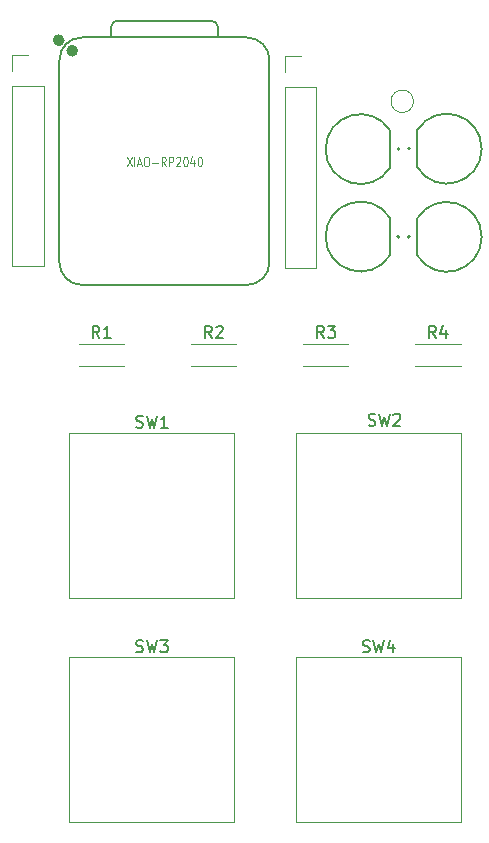
<source format=gbr>
%TF.GenerationSoftware,KiCad,Pcbnew,9.0.3*%
%TF.CreationDate,2025-07-25T20:10:58+07:00*%
%TF.ProjectId,Pathfinder,50617468-6669-46e6-9465-722e6b696361,rev?*%
%TF.SameCoordinates,Original*%
%TF.FileFunction,Legend,Top*%
%TF.FilePolarity,Positive*%
%FSLAX46Y46*%
G04 Gerber Fmt 4.6, Leading zero omitted, Abs format (unit mm)*
G04 Created by KiCad (PCBNEW 9.0.3) date 2025-07-25 20:10:58*
%MOMM*%
%LPD*%
G01*
G04 APERTURE LIST*
%ADD10C,0.150000*%
%ADD11C,0.101600*%
%ADD12C,0.120000*%
%ADD13C,0.127000*%
%ADD14C,0.200000*%
%ADD15C,0.100000*%
%ADD16C,0.504000*%
G04 APERTURE END LIST*
D10*
X150510833Y-87869819D02*
X150177500Y-87393628D01*
X149939405Y-87869819D02*
X149939405Y-86869819D01*
X149939405Y-86869819D02*
X150320357Y-86869819D01*
X150320357Y-86869819D02*
X150415595Y-86917438D01*
X150415595Y-86917438D02*
X150463214Y-86965057D01*
X150463214Y-86965057D02*
X150510833Y-87060295D01*
X150510833Y-87060295D02*
X150510833Y-87203152D01*
X150510833Y-87203152D02*
X150463214Y-87298390D01*
X150463214Y-87298390D02*
X150415595Y-87346009D01*
X150415595Y-87346009D02*
X150320357Y-87393628D01*
X150320357Y-87393628D02*
X149939405Y-87393628D01*
X150891786Y-86965057D02*
X150939405Y-86917438D01*
X150939405Y-86917438D02*
X151034643Y-86869819D01*
X151034643Y-86869819D02*
X151272738Y-86869819D01*
X151272738Y-86869819D02*
X151367976Y-86917438D01*
X151367976Y-86917438D02*
X151415595Y-86965057D01*
X151415595Y-86965057D02*
X151463214Y-87060295D01*
X151463214Y-87060295D02*
X151463214Y-87155533D01*
X151463214Y-87155533D02*
X151415595Y-87298390D01*
X151415595Y-87298390D02*
X150844167Y-87869819D01*
X150844167Y-87869819D02*
X151463214Y-87869819D01*
X141015833Y-87869819D02*
X140682500Y-87393628D01*
X140444405Y-87869819D02*
X140444405Y-86869819D01*
X140444405Y-86869819D02*
X140825357Y-86869819D01*
X140825357Y-86869819D02*
X140920595Y-86917438D01*
X140920595Y-86917438D02*
X140968214Y-86965057D01*
X140968214Y-86965057D02*
X141015833Y-87060295D01*
X141015833Y-87060295D02*
X141015833Y-87203152D01*
X141015833Y-87203152D02*
X140968214Y-87298390D01*
X140968214Y-87298390D02*
X140920595Y-87346009D01*
X140920595Y-87346009D02*
X140825357Y-87393628D01*
X140825357Y-87393628D02*
X140444405Y-87393628D01*
X141968214Y-87869819D02*
X141396786Y-87869819D01*
X141682500Y-87869819D02*
X141682500Y-86869819D01*
X141682500Y-86869819D02*
X141587262Y-87012676D01*
X141587262Y-87012676D02*
X141492024Y-87107914D01*
X141492024Y-87107914D02*
X141396786Y-87155533D01*
X163309167Y-114433200D02*
X163452024Y-114480819D01*
X163452024Y-114480819D02*
X163690119Y-114480819D01*
X163690119Y-114480819D02*
X163785357Y-114433200D01*
X163785357Y-114433200D02*
X163832976Y-114385580D01*
X163832976Y-114385580D02*
X163880595Y-114290342D01*
X163880595Y-114290342D02*
X163880595Y-114195104D01*
X163880595Y-114195104D02*
X163832976Y-114099866D01*
X163832976Y-114099866D02*
X163785357Y-114052247D01*
X163785357Y-114052247D02*
X163690119Y-114004628D01*
X163690119Y-114004628D02*
X163499643Y-113957009D01*
X163499643Y-113957009D02*
X163404405Y-113909390D01*
X163404405Y-113909390D02*
X163356786Y-113861771D01*
X163356786Y-113861771D02*
X163309167Y-113766533D01*
X163309167Y-113766533D02*
X163309167Y-113671295D01*
X163309167Y-113671295D02*
X163356786Y-113576057D01*
X163356786Y-113576057D02*
X163404405Y-113528438D01*
X163404405Y-113528438D02*
X163499643Y-113480819D01*
X163499643Y-113480819D02*
X163737738Y-113480819D01*
X163737738Y-113480819D02*
X163880595Y-113528438D01*
X164213929Y-113480819D02*
X164452024Y-114480819D01*
X164452024Y-114480819D02*
X164642500Y-113766533D01*
X164642500Y-113766533D02*
X164832976Y-114480819D01*
X164832976Y-114480819D02*
X165071072Y-113480819D01*
X165880595Y-113814152D02*
X165880595Y-114480819D01*
X165642500Y-113433200D02*
X165404405Y-114147485D01*
X165404405Y-114147485D02*
X166023452Y-114147485D01*
X160010833Y-87869819D02*
X159677500Y-87393628D01*
X159439405Y-87869819D02*
X159439405Y-86869819D01*
X159439405Y-86869819D02*
X159820357Y-86869819D01*
X159820357Y-86869819D02*
X159915595Y-86917438D01*
X159915595Y-86917438D02*
X159963214Y-86965057D01*
X159963214Y-86965057D02*
X160010833Y-87060295D01*
X160010833Y-87060295D02*
X160010833Y-87203152D01*
X160010833Y-87203152D02*
X159963214Y-87298390D01*
X159963214Y-87298390D02*
X159915595Y-87346009D01*
X159915595Y-87346009D02*
X159820357Y-87393628D01*
X159820357Y-87393628D02*
X159439405Y-87393628D01*
X160344167Y-86869819D02*
X160963214Y-86869819D01*
X160963214Y-86869819D02*
X160629881Y-87250771D01*
X160629881Y-87250771D02*
X160772738Y-87250771D01*
X160772738Y-87250771D02*
X160867976Y-87298390D01*
X160867976Y-87298390D02*
X160915595Y-87346009D01*
X160915595Y-87346009D02*
X160963214Y-87441247D01*
X160963214Y-87441247D02*
X160963214Y-87679342D01*
X160963214Y-87679342D02*
X160915595Y-87774580D01*
X160915595Y-87774580D02*
X160867976Y-87822200D01*
X160867976Y-87822200D02*
X160772738Y-87869819D01*
X160772738Y-87869819D02*
X160487024Y-87869819D01*
X160487024Y-87869819D02*
X160391786Y-87822200D01*
X160391786Y-87822200D02*
X160344167Y-87774580D01*
X169500833Y-87869819D02*
X169167500Y-87393628D01*
X168929405Y-87869819D02*
X168929405Y-86869819D01*
X168929405Y-86869819D02*
X169310357Y-86869819D01*
X169310357Y-86869819D02*
X169405595Y-86917438D01*
X169405595Y-86917438D02*
X169453214Y-86965057D01*
X169453214Y-86965057D02*
X169500833Y-87060295D01*
X169500833Y-87060295D02*
X169500833Y-87203152D01*
X169500833Y-87203152D02*
X169453214Y-87298390D01*
X169453214Y-87298390D02*
X169405595Y-87346009D01*
X169405595Y-87346009D02*
X169310357Y-87393628D01*
X169310357Y-87393628D02*
X168929405Y-87393628D01*
X170357976Y-87203152D02*
X170357976Y-87869819D01*
X170119881Y-86822200D02*
X169881786Y-87536485D01*
X169881786Y-87536485D02*
X170500833Y-87536485D01*
D11*
X143307262Y-72544811D02*
X143730595Y-73344811D01*
X143730595Y-72544811D02*
X143307262Y-73344811D01*
X143972500Y-73344811D02*
X143972500Y-72544811D01*
X144244643Y-73116239D02*
X144547024Y-73116239D01*
X144184167Y-73344811D02*
X144395833Y-72544811D01*
X144395833Y-72544811D02*
X144607500Y-73344811D01*
X144940119Y-72544811D02*
X145061072Y-72544811D01*
X145061072Y-72544811D02*
X145121548Y-72582906D01*
X145121548Y-72582906D02*
X145182024Y-72659096D01*
X145182024Y-72659096D02*
X145212262Y-72811477D01*
X145212262Y-72811477D02*
X145212262Y-73078144D01*
X145212262Y-73078144D02*
X145182024Y-73230525D01*
X145182024Y-73230525D02*
X145121548Y-73306716D01*
X145121548Y-73306716D02*
X145061072Y-73344811D01*
X145061072Y-73344811D02*
X144940119Y-73344811D01*
X144940119Y-73344811D02*
X144879643Y-73306716D01*
X144879643Y-73306716D02*
X144819167Y-73230525D01*
X144819167Y-73230525D02*
X144788929Y-73078144D01*
X144788929Y-73078144D02*
X144788929Y-72811477D01*
X144788929Y-72811477D02*
X144819167Y-72659096D01*
X144819167Y-72659096D02*
X144879643Y-72582906D01*
X144879643Y-72582906D02*
X144940119Y-72544811D01*
X145484405Y-73040049D02*
X145968215Y-73040049D01*
X146633452Y-73344811D02*
X146421785Y-72963858D01*
X146270595Y-73344811D02*
X146270595Y-72544811D01*
X146270595Y-72544811D02*
X146512500Y-72544811D01*
X146512500Y-72544811D02*
X146572976Y-72582906D01*
X146572976Y-72582906D02*
X146603214Y-72621001D01*
X146603214Y-72621001D02*
X146633452Y-72697192D01*
X146633452Y-72697192D02*
X146633452Y-72811477D01*
X146633452Y-72811477D02*
X146603214Y-72887668D01*
X146603214Y-72887668D02*
X146572976Y-72925763D01*
X146572976Y-72925763D02*
X146512500Y-72963858D01*
X146512500Y-72963858D02*
X146270595Y-72963858D01*
X146905595Y-73344811D02*
X146905595Y-72544811D01*
X146905595Y-72544811D02*
X147147500Y-72544811D01*
X147147500Y-72544811D02*
X147207976Y-72582906D01*
X147207976Y-72582906D02*
X147238214Y-72621001D01*
X147238214Y-72621001D02*
X147268452Y-72697192D01*
X147268452Y-72697192D02*
X147268452Y-72811477D01*
X147268452Y-72811477D02*
X147238214Y-72887668D01*
X147238214Y-72887668D02*
X147207976Y-72925763D01*
X147207976Y-72925763D02*
X147147500Y-72963858D01*
X147147500Y-72963858D02*
X146905595Y-72963858D01*
X147510357Y-72621001D02*
X147540595Y-72582906D01*
X147540595Y-72582906D02*
X147601071Y-72544811D01*
X147601071Y-72544811D02*
X147752262Y-72544811D01*
X147752262Y-72544811D02*
X147812738Y-72582906D01*
X147812738Y-72582906D02*
X147842976Y-72621001D01*
X147842976Y-72621001D02*
X147873214Y-72697192D01*
X147873214Y-72697192D02*
X147873214Y-72773382D01*
X147873214Y-72773382D02*
X147842976Y-72887668D01*
X147842976Y-72887668D02*
X147480119Y-73344811D01*
X147480119Y-73344811D02*
X147873214Y-73344811D01*
X148266309Y-72544811D02*
X148326786Y-72544811D01*
X148326786Y-72544811D02*
X148387262Y-72582906D01*
X148387262Y-72582906D02*
X148417500Y-72621001D01*
X148417500Y-72621001D02*
X148447738Y-72697192D01*
X148447738Y-72697192D02*
X148477976Y-72849573D01*
X148477976Y-72849573D02*
X148477976Y-73040049D01*
X148477976Y-73040049D02*
X148447738Y-73192430D01*
X148447738Y-73192430D02*
X148417500Y-73268620D01*
X148417500Y-73268620D02*
X148387262Y-73306716D01*
X148387262Y-73306716D02*
X148326786Y-73344811D01*
X148326786Y-73344811D02*
X148266309Y-73344811D01*
X148266309Y-73344811D02*
X148205833Y-73306716D01*
X148205833Y-73306716D02*
X148175595Y-73268620D01*
X148175595Y-73268620D02*
X148145357Y-73192430D01*
X148145357Y-73192430D02*
X148115119Y-73040049D01*
X148115119Y-73040049D02*
X148115119Y-72849573D01*
X148115119Y-72849573D02*
X148145357Y-72697192D01*
X148145357Y-72697192D02*
X148175595Y-72621001D01*
X148175595Y-72621001D02*
X148205833Y-72582906D01*
X148205833Y-72582906D02*
X148266309Y-72544811D01*
X149022262Y-72811477D02*
X149022262Y-73344811D01*
X148871071Y-72506716D02*
X148719881Y-73078144D01*
X148719881Y-73078144D02*
X149112976Y-73078144D01*
X149475833Y-72544811D02*
X149536310Y-72544811D01*
X149536310Y-72544811D02*
X149596786Y-72582906D01*
X149596786Y-72582906D02*
X149627024Y-72621001D01*
X149627024Y-72621001D02*
X149657262Y-72697192D01*
X149657262Y-72697192D02*
X149687500Y-72849573D01*
X149687500Y-72849573D02*
X149687500Y-73040049D01*
X149687500Y-73040049D02*
X149657262Y-73192430D01*
X149657262Y-73192430D02*
X149627024Y-73268620D01*
X149627024Y-73268620D02*
X149596786Y-73306716D01*
X149596786Y-73306716D02*
X149536310Y-73344811D01*
X149536310Y-73344811D02*
X149475833Y-73344811D01*
X149475833Y-73344811D02*
X149415357Y-73306716D01*
X149415357Y-73306716D02*
X149385119Y-73268620D01*
X149385119Y-73268620D02*
X149354881Y-73192430D01*
X149354881Y-73192430D02*
X149324643Y-73040049D01*
X149324643Y-73040049D02*
X149324643Y-72849573D01*
X149324643Y-72849573D02*
X149354881Y-72697192D01*
X149354881Y-72697192D02*
X149385119Y-72621001D01*
X149385119Y-72621001D02*
X149415357Y-72582906D01*
X149415357Y-72582906D02*
X149475833Y-72544811D01*
D10*
X163809167Y-95267200D02*
X163952024Y-95314819D01*
X163952024Y-95314819D02*
X164190119Y-95314819D01*
X164190119Y-95314819D02*
X164285357Y-95267200D01*
X164285357Y-95267200D02*
X164332976Y-95219580D01*
X164332976Y-95219580D02*
X164380595Y-95124342D01*
X164380595Y-95124342D02*
X164380595Y-95029104D01*
X164380595Y-95029104D02*
X164332976Y-94933866D01*
X164332976Y-94933866D02*
X164285357Y-94886247D01*
X164285357Y-94886247D02*
X164190119Y-94838628D01*
X164190119Y-94838628D02*
X163999643Y-94791009D01*
X163999643Y-94791009D02*
X163904405Y-94743390D01*
X163904405Y-94743390D02*
X163856786Y-94695771D01*
X163856786Y-94695771D02*
X163809167Y-94600533D01*
X163809167Y-94600533D02*
X163809167Y-94505295D01*
X163809167Y-94505295D02*
X163856786Y-94410057D01*
X163856786Y-94410057D02*
X163904405Y-94362438D01*
X163904405Y-94362438D02*
X163999643Y-94314819D01*
X163999643Y-94314819D02*
X164237738Y-94314819D01*
X164237738Y-94314819D02*
X164380595Y-94362438D01*
X164713929Y-94314819D02*
X164952024Y-95314819D01*
X164952024Y-95314819D02*
X165142500Y-94600533D01*
X165142500Y-94600533D02*
X165332976Y-95314819D01*
X165332976Y-95314819D02*
X165571072Y-94314819D01*
X165904405Y-94410057D02*
X165952024Y-94362438D01*
X165952024Y-94362438D02*
X166047262Y-94314819D01*
X166047262Y-94314819D02*
X166285357Y-94314819D01*
X166285357Y-94314819D02*
X166380595Y-94362438D01*
X166380595Y-94362438D02*
X166428214Y-94410057D01*
X166428214Y-94410057D02*
X166475833Y-94505295D01*
X166475833Y-94505295D02*
X166475833Y-94600533D01*
X166475833Y-94600533D02*
X166428214Y-94743390D01*
X166428214Y-94743390D02*
X165856786Y-95314819D01*
X165856786Y-95314819D02*
X166475833Y-95314819D01*
X144119167Y-95433200D02*
X144262024Y-95480819D01*
X144262024Y-95480819D02*
X144500119Y-95480819D01*
X144500119Y-95480819D02*
X144595357Y-95433200D01*
X144595357Y-95433200D02*
X144642976Y-95385580D01*
X144642976Y-95385580D02*
X144690595Y-95290342D01*
X144690595Y-95290342D02*
X144690595Y-95195104D01*
X144690595Y-95195104D02*
X144642976Y-95099866D01*
X144642976Y-95099866D02*
X144595357Y-95052247D01*
X144595357Y-95052247D02*
X144500119Y-95004628D01*
X144500119Y-95004628D02*
X144309643Y-94957009D01*
X144309643Y-94957009D02*
X144214405Y-94909390D01*
X144214405Y-94909390D02*
X144166786Y-94861771D01*
X144166786Y-94861771D02*
X144119167Y-94766533D01*
X144119167Y-94766533D02*
X144119167Y-94671295D01*
X144119167Y-94671295D02*
X144166786Y-94576057D01*
X144166786Y-94576057D02*
X144214405Y-94528438D01*
X144214405Y-94528438D02*
X144309643Y-94480819D01*
X144309643Y-94480819D02*
X144547738Y-94480819D01*
X144547738Y-94480819D02*
X144690595Y-94528438D01*
X145023929Y-94480819D02*
X145262024Y-95480819D01*
X145262024Y-95480819D02*
X145452500Y-94766533D01*
X145452500Y-94766533D02*
X145642976Y-95480819D01*
X145642976Y-95480819D02*
X145881072Y-94480819D01*
X146785833Y-95480819D02*
X146214405Y-95480819D01*
X146500119Y-95480819D02*
X146500119Y-94480819D01*
X146500119Y-94480819D02*
X146404881Y-94623676D01*
X146404881Y-94623676D02*
X146309643Y-94718914D01*
X146309643Y-94718914D02*
X146214405Y-94766533D01*
X144119167Y-114433200D02*
X144262024Y-114480819D01*
X144262024Y-114480819D02*
X144500119Y-114480819D01*
X144500119Y-114480819D02*
X144595357Y-114433200D01*
X144595357Y-114433200D02*
X144642976Y-114385580D01*
X144642976Y-114385580D02*
X144690595Y-114290342D01*
X144690595Y-114290342D02*
X144690595Y-114195104D01*
X144690595Y-114195104D02*
X144642976Y-114099866D01*
X144642976Y-114099866D02*
X144595357Y-114052247D01*
X144595357Y-114052247D02*
X144500119Y-114004628D01*
X144500119Y-114004628D02*
X144309643Y-113957009D01*
X144309643Y-113957009D02*
X144214405Y-113909390D01*
X144214405Y-113909390D02*
X144166786Y-113861771D01*
X144166786Y-113861771D02*
X144119167Y-113766533D01*
X144119167Y-113766533D02*
X144119167Y-113671295D01*
X144119167Y-113671295D02*
X144166786Y-113576057D01*
X144166786Y-113576057D02*
X144214405Y-113528438D01*
X144214405Y-113528438D02*
X144309643Y-113480819D01*
X144309643Y-113480819D02*
X144547738Y-113480819D01*
X144547738Y-113480819D02*
X144690595Y-113528438D01*
X145023929Y-113480819D02*
X145262024Y-114480819D01*
X145262024Y-114480819D02*
X145452500Y-113766533D01*
X145452500Y-113766533D02*
X145642976Y-114480819D01*
X145642976Y-114480819D02*
X145881072Y-113480819D01*
X146166786Y-113480819D02*
X146785833Y-113480819D01*
X146785833Y-113480819D02*
X146452500Y-113861771D01*
X146452500Y-113861771D02*
X146595357Y-113861771D01*
X146595357Y-113861771D02*
X146690595Y-113909390D01*
X146690595Y-113909390D02*
X146738214Y-113957009D01*
X146738214Y-113957009D02*
X146785833Y-114052247D01*
X146785833Y-114052247D02*
X146785833Y-114290342D01*
X146785833Y-114290342D02*
X146738214Y-114385580D01*
X146738214Y-114385580D02*
X146690595Y-114433200D01*
X146690595Y-114433200D02*
X146595357Y-114480819D01*
X146595357Y-114480819D02*
X146309643Y-114480819D01*
X146309643Y-114480819D02*
X146214405Y-114433200D01*
X146214405Y-114433200D02*
X146166786Y-114385580D01*
D12*
%TO.C,J2*%
X159372500Y-66640000D02*
X159372500Y-81940000D01*
X156712500Y-81940000D02*
X159372500Y-81940000D01*
X156712500Y-66640000D02*
X159372500Y-66640000D01*
X156712500Y-66640000D02*
X156712500Y-81940000D01*
X156712500Y-65370000D02*
X156712500Y-64040000D01*
X156712500Y-64040000D02*
X158042500Y-64040000D01*
%TO.C,J1*%
X136297500Y-66530000D02*
X136297500Y-81830000D01*
X133637500Y-81830000D02*
X136297500Y-81830000D01*
X133637500Y-66530000D02*
X136297500Y-66530000D01*
X133637500Y-66530000D02*
X133637500Y-81830000D01*
X133637500Y-65260000D02*
X133637500Y-63930000D01*
X133637500Y-63930000D02*
X134967500Y-63930000D01*
%TO.C,R2*%
X148757500Y-88415000D02*
X152597500Y-88415000D01*
X148757500Y-90255000D02*
X152597500Y-90255000D01*
%TO.C,R1*%
X139262500Y-88415000D02*
X143102500Y-88415000D01*
X139262500Y-90255000D02*
X143102500Y-90255000D01*
%TO.C,SW4*%
X157657500Y-114915000D02*
X171627500Y-114915000D01*
X157657500Y-128885000D02*
X157657500Y-114915000D01*
X171627500Y-114915000D02*
X171627500Y-128885000D01*
X171627500Y-128885000D02*
X157657500Y-128885000D01*
%TO.C,R3*%
X158257500Y-88415000D02*
X162097500Y-88415000D01*
X158257500Y-90255000D02*
X162097500Y-90255000D01*
D13*
%TO.C,D4*%
X167912500Y-77759106D02*
X167912500Y-80891106D01*
X167912500Y-77759106D02*
G75*
G02*
X167912500Y-80891106I2506124J-1566000D01*
G01*
D14*
X167312500Y-79325106D02*
G75*
G02*
X167112500Y-79325106I-100000J0D01*
G01*
X167112500Y-79325106D02*
G75*
G02*
X167312500Y-79325106I100000J0D01*
G01*
D12*
%TO.C,R4*%
X167747500Y-88415000D02*
X171587500Y-88415000D01*
X167747500Y-90255000D02*
X171587500Y-90255000D01*
D13*
%TO.C,XIAO-RP2040*%
X137622500Y-81489000D02*
X137622500Y-64344000D01*
X139527500Y-83394000D02*
X153497500Y-83394000D01*
X142017500Y-62439000D02*
X142021228Y-61528728D01*
X142521228Y-61029000D02*
X150516500Y-61029000D01*
X151016500Y-61529000D02*
X151016500Y-62439000D01*
D15*
X153497500Y-62439000D02*
X139527500Y-62439000D01*
D13*
X153497500Y-62439000D02*
X139527500Y-62439000D01*
X155402500Y-81489000D02*
X155402500Y-64344000D01*
X137622500Y-64344000D02*
G75*
G02*
X139527500Y-62439000I1905001J-1D01*
G01*
X139527500Y-83394000D02*
G75*
G02*
X137622500Y-81489000I1J1905001D01*
G01*
X142021228Y-61528728D02*
G75*
G02*
X142521228Y-61029001I500018J-291D01*
G01*
X150516500Y-61029000D02*
G75*
G02*
X151016500Y-61529000I0J-500000D01*
G01*
X153497500Y-62439000D02*
G75*
G02*
X155402500Y-64344000I0J-1905000D01*
G01*
X155402500Y-81489000D02*
G75*
G02*
X153497500Y-83394000I-1905000J0D01*
G01*
D16*
X137814500Y-62680000D02*
G75*
G02*
X137310500Y-62680000I-252000J0D01*
G01*
X137310500Y-62680000D02*
G75*
G02*
X137814500Y-62680000I252000J0D01*
G01*
X138957500Y-63560000D02*
G75*
G02*
X138453500Y-63560000I-252000J0D01*
G01*
X138453500Y-63560000D02*
G75*
G02*
X138957500Y-63560000I252000J0D01*
G01*
D14*
%TO.C,D1*%
X166419573Y-79300000D02*
G75*
G02*
X166219573Y-79300000I-100000J0D01*
G01*
X166219573Y-79300000D02*
G75*
G02*
X166419573Y-79300000I100000J0D01*
G01*
D13*
X165619573Y-80866000D02*
G75*
G02*
X165619573Y-77734000I-2506124J1566000D01*
G01*
X165619573Y-80866000D02*
X165619573Y-77734000D01*
%TO.C,D2*%
X165620000Y-73460894D02*
X165620000Y-70328894D01*
X165620000Y-73460894D02*
G75*
G02*
X165620000Y-70328894I-2506124J1566000D01*
G01*
D14*
X166420000Y-71894894D02*
G75*
G02*
X166220000Y-71894894I-100000J0D01*
G01*
X166220000Y-71894894D02*
G75*
G02*
X166420000Y-71894894I100000J0D01*
G01*
D12*
%TO.C,SW2*%
X157657500Y-95915000D02*
X171627500Y-95915000D01*
X157657500Y-109885000D02*
X157657500Y-95915000D01*
X171627500Y-95915000D02*
X171627500Y-109885000D01*
X171627500Y-109885000D02*
X157657500Y-109885000D01*
%TO.C,J3*%
X167600000Y-67850000D02*
G75*
G02*
X165700000Y-67850000I-950000J0D01*
G01*
X165700000Y-67850000D02*
G75*
G02*
X167600000Y-67850000I950000J0D01*
G01*
%TO.C,SW1*%
X138467500Y-95915000D02*
X152437500Y-95915000D01*
X138467500Y-109885000D02*
X138467500Y-95915000D01*
X152437500Y-95915000D02*
X152437500Y-109885000D01*
X152437500Y-109885000D02*
X138467500Y-109885000D01*
D13*
%TO.C,D3*%
X167912500Y-70294000D02*
X167912500Y-73426000D01*
X167912500Y-70294000D02*
G75*
G02*
X167912500Y-73426000I2506124J-1566000D01*
G01*
D14*
X167312500Y-71860000D02*
G75*
G02*
X167112500Y-71860000I-100000J0D01*
G01*
X167112500Y-71860000D02*
G75*
G02*
X167312500Y-71860000I100000J0D01*
G01*
D12*
%TO.C,SW3*%
X138467500Y-114915000D02*
X152437500Y-114915000D01*
X138467500Y-128885000D02*
X138467500Y-114915000D01*
X152437500Y-114915000D02*
X152437500Y-128885000D01*
X152437500Y-128885000D02*
X138467500Y-128885000D01*
%TD*%
M02*

</source>
